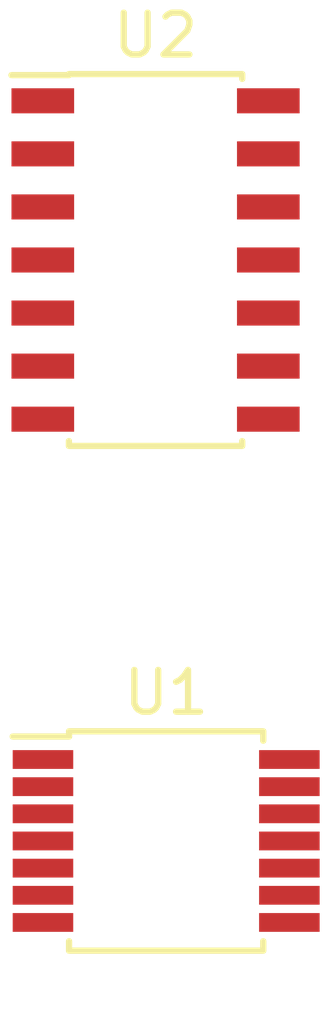
<source format=kicad_pcb>
(kicad_pcb (version 4) (host pcbnew 4.0.6)

  (general
    (links 4)
    (no_connects 4)
    (area 0 0 0 0)
    (thickness 1.6)
    (drawings 0)
    (tracks 0)
    (zones 0)
    (modules 2)
    (nets 25)
  )

  (page A4)
  (layers
    (0 F.Cu signal)
    (31 B.Cu signal)
    (32 B.Adhes user)
    (33 F.Adhes user)
    (34 B.Paste user)
    (35 F.Paste user)
    (36 B.SilkS user)
    (37 F.SilkS user)
    (38 B.Mask user)
    (39 F.Mask user)
    (40 Dwgs.User user)
    (41 Cmts.User user)
    (42 Eco1.User user)
    (43 Eco2.User user)
    (44 Edge.Cuts user)
    (45 Margin user)
    (46 B.CrtYd user)
    (47 F.CrtYd user)
    (48 B.Fab user)
    (49 F.Fab user)
  )

  (setup
    (last_trace_width 0.25)
    (trace_clearance 0.2)
    (zone_clearance 0.508)
    (zone_45_only no)
    (trace_min 0.2)
    (segment_width 0.2)
    (edge_width 0.15)
    (via_size 0.6)
    (via_drill 0.4)
    (via_min_size 0.4)
    (via_min_drill 0.3)
    (uvia_size 0.3)
    (uvia_drill 0.1)
    (uvias_allowed no)
    (uvia_min_size 0.2)
    (uvia_min_drill 0.1)
    (pcb_text_width 0.3)
    (pcb_text_size 1.5 1.5)
    (mod_edge_width 0.15)
    (mod_text_size 1 1)
    (mod_text_width 0.15)
    (pad_size 1.524 1.524)
    (pad_drill 0.762)
    (pad_to_mask_clearance 0.2)
    (aux_axis_origin 0 0)
    (visible_elements FFFFFF7F)
    (pcbplotparams
      (layerselection 0x00030_80000001)
      (usegerberextensions false)
      (excludeedgelayer true)
      (linewidth 0.100000)
      (plotframeref false)
      (viasonmask false)
      (mode 1)
      (useauxorigin false)
      (hpglpennumber 1)
      (hpglpenspeed 20)
      (hpglpendiameter 15)
      (hpglpenoverlay 2)
      (psnegative false)
      (psa4output false)
      (plotreference true)
      (plotvalue true)
      (plotinvisibletext false)
      (padsonsilk false)
      (subtractmaskfromsilk false)
      (outputformat 1)
      (mirror false)
      (drillshape 1)
      (scaleselection 1)
      (outputdirectory ""))
  )

  (net 0 "")
  (net 1 "Net-(R14-Pad2)")
  (net 2 "Net-(U1-Pad2)")
  (net 3 "Net-(C10-Pad2)")
  (net 4 "Net-(LPF1-Pad3)")
  (net 5 "Net-(R13-Pad1)")
  (net 6 /GND)
  (net 7 "Net-(C5-Pad2)")
  (net 8 "Net-(R11-Pad2)")
  (net 9 "Net-(R5-Pad2)")
  (net 10 "Net-(R6-Pad2)")
  (net 11 "Net-(R10-Pad1)")
  (net 12 "Net-(R15-Pad2)")
  (net 13 /+9V)
  (net 14 "Net-(SW_RANGE1-Pad2)")
  (net 15 "Net-(C11-Pad1)")
  (net 16 "Net-(U2-Pad3)")
  (net 17 "Net-(U2-Pad4)")
  (net 18 "Net-(C12-Pad1)")
  (net 19 "Net-(R22-Pad2)")
  (net 20 "Net-(C10-Pad1)")
  (net 21 "Net-(C1-Pad1)")
  (net 22 "Net-(R3-Pad1)")
  (net 23 "Net-(C2-Pad2)")
  (net 24 "Net-(C6-Pad2)")

  (net_class Default "This is the default net class."
    (clearance 0.2)
    (trace_width 0.25)
    (via_dia 0.6)
    (via_drill 0.4)
    (uvia_dia 0.3)
    (uvia_drill 0.1)
    (add_net /+9V)
    (add_net /GND)
    (add_net "Net-(C1-Pad1)")
    (add_net "Net-(C10-Pad1)")
    (add_net "Net-(C10-Pad2)")
    (add_net "Net-(C11-Pad1)")
    (add_net "Net-(C12-Pad1)")
    (add_net "Net-(C2-Pad2)")
    (add_net "Net-(C5-Pad2)")
    (add_net "Net-(C6-Pad2)")
    (add_net "Net-(LPF1-Pad3)")
    (add_net "Net-(R10-Pad1)")
    (add_net "Net-(R11-Pad2)")
    (add_net "Net-(R13-Pad1)")
    (add_net "Net-(R14-Pad2)")
    (add_net "Net-(R15-Pad2)")
    (add_net "Net-(R22-Pad2)")
    (add_net "Net-(R3-Pad1)")
    (add_net "Net-(R5-Pad2)")
    (add_net "Net-(R6-Pad2)")
    (add_net "Net-(SW_RANGE1-Pad2)")
    (add_net "Net-(U1-Pad2)")
    (add_net "Net-(U2-Pad3)")
    (add_net "Net-(U2-Pad4)")
  )

  (module Housings_SSOP:TSSOP-14_4.4x5mm_Pitch0.65mm (layer F.Cu) (tedit 54130A77) (tstamp 5A2C30F6)
    (at 30.607 44.6405)
    (descr "14-Lead Plastic Thin Shrink Small Outline (ST)-4.4 mm Body [TSSOP] (see Microchip Packaging Specification 00000049BS.pdf)")
    (tags "SSOP 0.65")
    (path /5A2C08E5)
    (attr smd)
    (fp_text reference U1 (at 0 -3.55) (layer F.SilkS)
      (effects (font (size 1 1) (thickness 0.15)))
    )
    (fp_text value 4069UB (at 0 3.55) (layer F.Fab)
      (effects (font (size 1 1) (thickness 0.15)))
    )
    (fp_line (start -1.2 -2.5) (end 2.2 -2.5) (layer F.Fab) (width 0.15))
    (fp_line (start 2.2 -2.5) (end 2.2 2.5) (layer F.Fab) (width 0.15))
    (fp_line (start 2.2 2.5) (end -2.2 2.5) (layer F.Fab) (width 0.15))
    (fp_line (start -2.2 2.5) (end -2.2 -1.5) (layer F.Fab) (width 0.15))
    (fp_line (start -2.2 -1.5) (end -1.2 -2.5) (layer F.Fab) (width 0.15))
    (fp_line (start -3.95 -2.8) (end -3.95 2.8) (layer F.CrtYd) (width 0.05))
    (fp_line (start 3.95 -2.8) (end 3.95 2.8) (layer F.CrtYd) (width 0.05))
    (fp_line (start -3.95 -2.8) (end 3.95 -2.8) (layer F.CrtYd) (width 0.05))
    (fp_line (start -3.95 2.8) (end 3.95 2.8) (layer F.CrtYd) (width 0.05))
    (fp_line (start -2.325 -2.625) (end -2.325 -2.5) (layer F.SilkS) (width 0.15))
    (fp_line (start 2.325 -2.625) (end 2.325 -2.4) (layer F.SilkS) (width 0.15))
    (fp_line (start 2.325 2.625) (end 2.325 2.4) (layer F.SilkS) (width 0.15))
    (fp_line (start -2.325 2.625) (end -2.325 2.4) (layer F.SilkS) (width 0.15))
    (fp_line (start -2.325 -2.625) (end 2.325 -2.625) (layer F.SilkS) (width 0.15))
    (fp_line (start -2.325 2.625) (end 2.325 2.625) (layer F.SilkS) (width 0.15))
    (fp_line (start -2.325 -2.5) (end -3.675 -2.5) (layer F.SilkS) (width 0.15))
    (fp_text user %R (at 0 0) (layer F.Fab)
      (effects (font (size 0.8 0.8) (thickness 0.15)))
    )
    (pad 1 smd rect (at -2.95 -1.95) (size 1.45 0.45) (layers F.Cu F.Paste F.Mask)
      (net 1 "Net-(R14-Pad2)"))
    (pad 2 smd rect (at -2.95 -1.3) (size 1.45 0.45) (layers F.Cu F.Paste F.Mask)
      (net 2 "Net-(U1-Pad2)"))
    (pad 3 smd rect (at -2.95 -0.65) (size 1.45 0.45) (layers F.Cu F.Paste F.Mask)
      (net 2 "Net-(U1-Pad2)"))
    (pad 4 smd rect (at -2.95 0) (size 1.45 0.45) (layers F.Cu F.Paste F.Mask)
      (net 3 "Net-(C10-Pad2)"))
    (pad 5 smd rect (at -2.95 0.65) (size 1.45 0.45) (layers F.Cu F.Paste F.Mask)
      (net 4 "Net-(LPF1-Pad3)"))
    (pad 6 smd rect (at -2.95 1.3) (size 1.45 0.45) (layers F.Cu F.Paste F.Mask)
      (net 5 "Net-(R13-Pad1)"))
    (pad 7 smd rect (at -2.95 1.95) (size 1.45 0.45) (layers F.Cu F.Paste F.Mask)
      (net 6 /GND))
    (pad 8 smd rect (at 2.95 1.95) (size 1.45 0.45) (layers F.Cu F.Paste F.Mask)
      (net 7 "Net-(C5-Pad2)"))
    (pad 9 smd rect (at 2.95 1.3) (size 1.45 0.45) (layers F.Cu F.Paste F.Mask)
      (net 8 "Net-(R11-Pad2)"))
    (pad 10 smd rect (at 2.95 0.65) (size 1.45 0.45) (layers F.Cu F.Paste F.Mask)
      (net 9 "Net-(R5-Pad2)"))
    (pad 11 smd rect (at 2.95 0) (size 1.45 0.45) (layers F.Cu F.Paste F.Mask)
      (net 10 "Net-(R6-Pad2)"))
    (pad 12 smd rect (at 2.95 -0.65) (size 1.45 0.45) (layers F.Cu F.Paste F.Mask)
      (net 11 "Net-(R10-Pad1)"))
    (pad 13 smd rect (at 2.95 -1.3) (size 1.45 0.45) (layers F.Cu F.Paste F.Mask)
      (net 12 "Net-(R15-Pad2)"))
    (pad 14 smd rect (at 2.95 -1.95) (size 1.45 0.45) (layers F.Cu F.Paste F.Mask)
      (net 13 /+9V))
    (model ${KISYS3DMOD}/Housings_SSOP.3dshapes/TSSOP-14_4.4x5mm_Pitch0.65mm.wrl
      (at (xyz 0 0 0))
      (scale (xyz 1 1 1))
      (rotate (xyz 0 0 0))
    )
  )

  (module Housings_SOIC:SOIC-14_3.9x8.7mm_Pitch1.27mm (layer F.Cu) (tedit 58CC8F64) (tstamp 5A2C3119)
    (at 30.353 30.734)
    (descr "14-Lead Plastic Small Outline (SL) - Narrow, 3.90 mm Body [SOIC] (see Microchip Packaging Specification 00000049BS.pdf)")
    (tags "SOIC 1.27")
    (path /5A2BF589)
    (attr smd)
    (fp_text reference U2 (at 0 -5.375) (layer F.SilkS)
      (effects (font (size 1 1) (thickness 0.15)))
    )
    (fp_text value 4069UB (at 0 5.375) (layer F.Fab)
      (effects (font (size 1 1) (thickness 0.15)))
    )
    (fp_text user %R (at 0 0) (layer F.Fab)
      (effects (font (size 0.9 0.9) (thickness 0.135)))
    )
    (fp_line (start -0.95 -4.35) (end 1.95 -4.35) (layer F.Fab) (width 0.15))
    (fp_line (start 1.95 -4.35) (end 1.95 4.35) (layer F.Fab) (width 0.15))
    (fp_line (start 1.95 4.35) (end -1.95 4.35) (layer F.Fab) (width 0.15))
    (fp_line (start -1.95 4.35) (end -1.95 -3.35) (layer F.Fab) (width 0.15))
    (fp_line (start -1.95 -3.35) (end -0.95 -4.35) (layer F.Fab) (width 0.15))
    (fp_line (start -3.7 -4.65) (end -3.7 4.65) (layer F.CrtYd) (width 0.05))
    (fp_line (start 3.7 -4.65) (end 3.7 4.65) (layer F.CrtYd) (width 0.05))
    (fp_line (start -3.7 -4.65) (end 3.7 -4.65) (layer F.CrtYd) (width 0.05))
    (fp_line (start -3.7 4.65) (end 3.7 4.65) (layer F.CrtYd) (width 0.05))
    (fp_line (start -2.075 -4.45) (end -2.075 -4.425) (layer F.SilkS) (width 0.15))
    (fp_line (start 2.075 -4.45) (end 2.075 -4.335) (layer F.SilkS) (width 0.15))
    (fp_line (start 2.075 4.45) (end 2.075 4.335) (layer F.SilkS) (width 0.15))
    (fp_line (start -2.075 4.45) (end -2.075 4.335) (layer F.SilkS) (width 0.15))
    (fp_line (start -2.075 -4.45) (end 2.075 -4.45) (layer F.SilkS) (width 0.15))
    (fp_line (start -2.075 4.45) (end 2.075 4.45) (layer F.SilkS) (width 0.15))
    (fp_line (start -2.075 -4.425) (end -3.45 -4.425) (layer F.SilkS) (width 0.15))
    (pad 1 smd rect (at -2.7 -3.81) (size 1.5 0.6) (layers F.Cu F.Paste F.Mask)
      (net 14 "Net-(SW_RANGE1-Pad2)"))
    (pad 2 smd rect (at -2.7 -2.54) (size 1.5 0.6) (layers F.Cu F.Paste F.Mask)
      (net 15 "Net-(C11-Pad1)"))
    (pad 3 smd rect (at -2.7 -1.27) (size 1.5 0.6) (layers F.Cu F.Paste F.Mask)
      (net 16 "Net-(U2-Pad3)"))
    (pad 4 smd rect (at -2.7 0) (size 1.5 0.6) (layers F.Cu F.Paste F.Mask)
      (net 17 "Net-(U2-Pad4)"))
    (pad 5 smd rect (at -2.7 1.27) (size 1.5 0.6) (layers F.Cu F.Paste F.Mask)
      (net 18 "Net-(C12-Pad1)"))
    (pad 6 smd rect (at -2.7 2.54) (size 1.5 0.6) (layers F.Cu F.Paste F.Mask)
      (net 19 "Net-(R22-Pad2)"))
    (pad 7 smd rect (at -2.7 3.81) (size 1.5 0.6) (layers F.Cu F.Paste F.Mask)
      (net 6 /GND))
    (pad 8 smd rect (at 2.7 3.81) (size 1.5 0.6) (layers F.Cu F.Paste F.Mask)
      (net 16 "Net-(U2-Pad3)"))
    (pad 9 smd rect (at 2.7 2.54) (size 1.5 0.6) (layers F.Cu F.Paste F.Mask)
      (net 20 "Net-(C10-Pad1)"))
    (pad 10 smd rect (at 2.7 1.27) (size 1.5 0.6) (layers F.Cu F.Paste F.Mask)
      (net 21 "Net-(C1-Pad1)"))
    (pad 11 smd rect (at 2.7 0) (size 1.5 0.6) (layers F.Cu F.Paste F.Mask)
      (net 22 "Net-(R3-Pad1)"))
    (pad 12 smd rect (at 2.7 -1.27) (size 1.5 0.6) (layers F.Cu F.Paste F.Mask)
      (net 23 "Net-(C2-Pad2)"))
    (pad 13 smd rect (at 2.7 -2.54) (size 1.5 0.6) (layers F.Cu F.Paste F.Mask)
      (net 24 "Net-(C6-Pad2)"))
    (pad 14 smd rect (at 2.7 -3.81) (size 1.5 0.6) (layers F.Cu F.Paste F.Mask)
      (net 13 /+9V))
    (model ${KISYS3DMOD}/Housings_SOIC.3dshapes/SOIC-14_3.9x8.7mm_Pitch1.27mm.wrl
      (at (xyz 0 0 0))
      (scale (xyz 1 1 1))
      (rotate (xyz 0 0 0))
    )
  )

)

</source>
